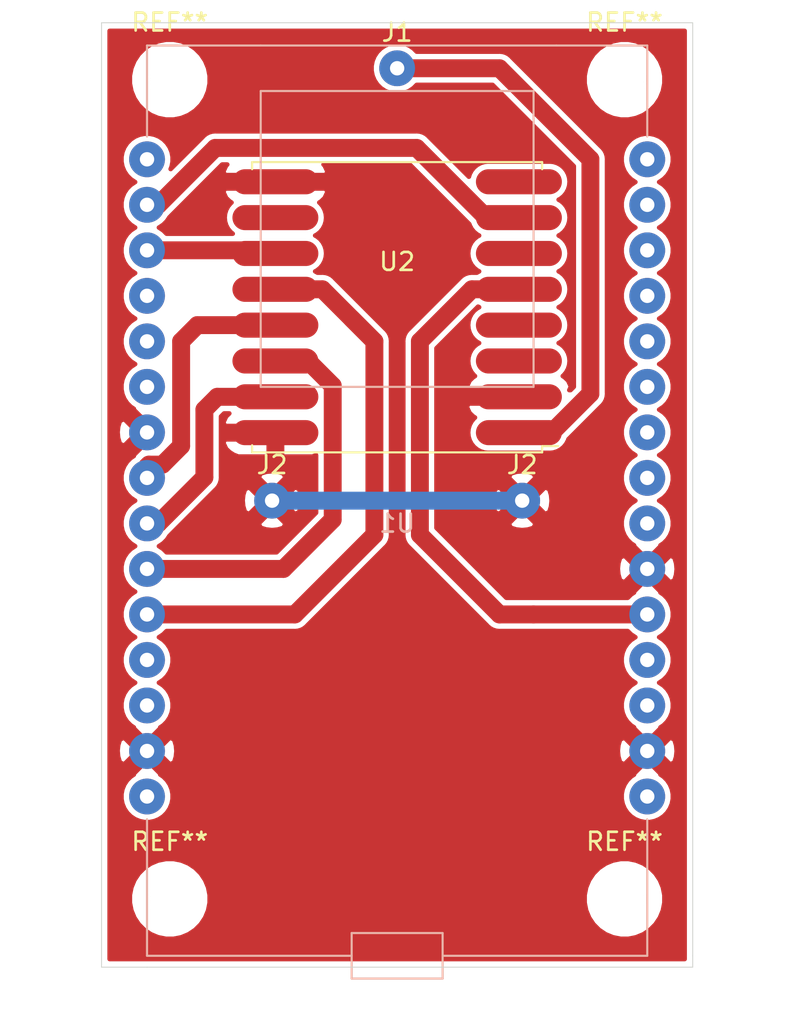
<source format=kicad_pcb>
(kicad_pcb (version 20171130) (host pcbnew "(5.1.6)-1")

  (general
    (thickness 1.6)
    (drawings 6)
    (tracks 44)
    (zones 0)
    (modules 9)
    (nets 10)
  )

  (page A4)
  (layers
    (0 F.Cu signal)
    (31 B.Cu signal)
    (32 B.Adhes user)
    (33 F.Adhes user)
    (34 B.Paste user)
    (35 F.Paste user)
    (36 B.SilkS user)
    (37 F.SilkS user)
    (38 B.Mask user)
    (39 F.Mask user)
    (40 Dwgs.User user)
    (41 Cmts.User user)
    (42 Eco1.User user)
    (43 Eco2.User user)
    (44 Edge.Cuts user)
    (45 Margin user)
    (46 B.CrtYd user)
    (47 F.CrtYd user)
    (48 B.Fab user)
    (49 F.Fab user)
  )

  (setup
    (last_trace_width 0.25)
    (trace_clearance 0.2)
    (zone_clearance 0.508)
    (zone_45_only no)
    (trace_min 0.2)
    (via_size 0.8)
    (via_drill 0.4)
    (via_min_size 0.4)
    (via_min_drill 0.3)
    (uvia_size 0.3)
    (uvia_drill 0.1)
    (uvias_allowed no)
    (uvia_min_size 0.2)
    (uvia_min_drill 0.1)
    (edge_width 0.05)
    (segment_width 0.2)
    (pcb_text_width 0.3)
    (pcb_text_size 1.5 1.5)
    (mod_edge_width 0.12)
    (mod_text_size 1 1)
    (mod_text_width 0.15)
    (pad_size 2.2 2.2)
    (pad_drill 2.2)
    (pad_to_mask_clearance 0.05)
    (aux_axis_origin 0 0)
    (visible_elements 7FFFFFFF)
    (pcbplotparams
      (layerselection 0x010fc_ffffffff)
      (usegerberextensions false)
      (usegerberattributes true)
      (usegerberadvancedattributes true)
      (creategerberjobfile true)
      (excludeedgelayer true)
      (linewidth 0.100000)
      (plotframeref false)
      (viasonmask false)
      (mode 1)
      (useauxorigin false)
      (hpglpennumber 1)
      (hpglpenspeed 20)
      (hpglpendiameter 15.000000)
      (psnegative false)
      (psa4output false)
      (plotreference true)
      (plotvalue true)
      (plotinvisibletext false)
      (padsonsilk false)
      (subtractmaskfromsilk false)
      (outputformat 1)
      (mirror false)
      (drillshape 1)
      (scaleselection 1)
      (outputdirectory ""))
  )

  (net 0 "")
  (net 1 "Net-(J1-Pad1)")
  (net 2 "Net-(U1-Pad14)")
  (net 3 "Net-(U1-Pad13)")
  (net 4 "Net-(U1-Pad8)")
  (net 5 "Net-(U1-Pad6)")
  (net 6 "Net-(U1-Pad5)")
  (net 7 GND)
  (net 8 "Net-(U1-Pad7)")
  (net 9 +3V3)

  (net_class Default "This is the default net class."
    (clearance 0.2)
    (trace_width 0.25)
    (via_dia 0.8)
    (via_drill 0.4)
    (uvia_dia 0.3)
    (uvia_drill 0.1)
  )

  (net_class CHAD ""
    (clearance 0.3)
    (trace_width 1)
    (via_dia 2)
    (via_drill 0.8)
    (uvia_dia 0.3)
    (uvia_drill 0.1)
    (add_net +3V3)
    (add_net GND)
    (add_net "Net-(J1-Pad1)")
    (add_net "Net-(U1-Pad13)")
    (add_net "Net-(U1-Pad14)")
    (add_net "Net-(U1-Pad5)")
    (add_net "Net-(U1-Pad6)")
    (add_net "Net-(U1-Pad7)")
    (add_net "Net-(U1-Pad8)")
  )

  (module Connector_Wire:SolderWire-0.1sqmm_1x01_D0.4mm_OD1mm (layer F.Cu) (tedit 5F657D03) (tstamp 5F65815C)
    (at 54.61 38.1)
    (descr "Soldered wire connection, for a single 0.1 mm² wire, basic insulation, conductor diameter 0.4mm, outer diameter 1mm, size source Multi-Contact FLEXI-E 0.1 (https://ec.staubli.com/AcroFiles/Catalogues/TM_Cab-Main-11014119_(en)_hi.pdf), bend radius 3 times outer diameter, generated with kicad-footprint-generator")
    (tags "connector wire 0.1sqmm")
    (path /5F65C25B)
    (attr virtual)
    (fp_text reference J1 (at 0 -2) (layer F.SilkS)
      (effects (font (size 1 1) (thickness 0.15)))
    )
    (fp_text value ANT (at 0 2) (layer F.Fab)
      (effects (font (size 1 1) (thickness 0.15)))
    )
    (fp_text user %R (at 0 0) (layer F.Fab)
      (effects (font (size 0.25 0.25) (thickness 0.04)))
    )
    (fp_circle (center 0 0) (end 0.5 0) (layer F.Fab) (width 0.1))
    (fp_line (start -1.3 -1.3) (end -1.3 1.3) (layer F.CrtYd) (width 0.05))
    (fp_line (start -1.3 1.3) (end 1.3 1.3) (layer F.CrtYd) (width 0.05))
    (fp_line (start 1.3 1.3) (end 1.3 -1.3) (layer F.CrtYd) (width 0.05))
    (fp_line (start 1.3 -1.3) (end -1.3 -1.3) (layer F.CrtYd) (width 0.05))
    (pad 1 thru_hole circle (at 0 0) (size 2 2) (drill 0.8) (layers *.Cu *.Mask)
      (net 1 "Net-(J1-Pad1)") (clearance 0.3))
    (model ${KISYS3DMOD}/Connector_Wire.3dshapes/SolderWire-0.1sqmm_1x01_D0.4mm_OD1mm.wrl
      (at (xyz 0 0 0))
      (scale (xyz 1 1 1))
      (rotate (xyz 0 0 0))
    )
  )

  (module avionics:NODEMCU (layer B.Cu) (tedit 5F657D7A) (tstamp 5F655C14)
    (at 54.61 62.23 180)
    (path /5F655ACC)
    (fp_text reference U1 (at 0 -1.27) (layer B.SilkS)
      (effects (font (size 1 1) (thickness 0.15)) (justify mirror))
    )
    (fp_text value NODEMCU (at 0 0.5) (layer B.Fab)
      (effects (font (size 1 1) (thickness 0.15)) (justify mirror))
    )
    (fp_line (start -8.89 25.4) (end 7.62 25.4) (layer B.SilkS) (width 0.12))
    (fp_line (start 13.97 25.4) (end 13.97 20.32) (layer B.SilkS) (width 0.12))
    (fp_line (start -2.54 -24.13) (end 2.54 -24.13) (layer B.SilkS) (width 0.12))
    (fp_line (start 2.54 -24.13) (end 2.54 -26.67) (layer B.SilkS) (width 0.12))
    (fp_line (start -13.97 20.32) (end -13.97 25.4) (layer B.SilkS) (width 0.12))
    (fp_line (start -13.97 -17.78) (end -13.97 -25.4) (layer B.SilkS) (width 0.12))
    (fp_line (start 13.97 -25.4) (end 13.97 -17.78) (layer B.SilkS) (width 0.12))
    (fp_line (start -8.89 25.4) (end -13.97 25.4) (layer B.SilkS) (width 0.12))
    (fp_line (start -7.62 6.35) (end 7.62 6.35) (layer B.SilkS) (width 0.12))
    (fp_line (start -7.62 22.86) (end -7.62 6.35) (layer B.SilkS) (width 0.12))
    (fp_line (start -2.54 -26.67) (end -2.54 -24.13) (layer B.SilkS) (width 0.12))
    (fp_line (start -2.54 -25.4) (end -13.97 -25.4) (layer B.SilkS) (width 0.12))
    (fp_line (start 7.62 6.35) (end 7.62 22.86) (layer B.SilkS) (width 0.12))
    (fp_line (start 7.62 22.86) (end -7.62 22.86) (layer B.SilkS) (width 0.12))
    (fp_line (start 13.97 -25.4) (end 2.54 -25.4) (layer B.SilkS) (width 0.12))
    (fp_line (start 2.54 -26.67) (end -2.54 -26.67) (layer B.SilkS) (width 0.12))
    (fp_line (start 13.97 25.4) (end 7.62 25.4) (layer B.SilkS) (width 0.12))
    (pad 14 thru_hole circle (at 13.97 16.51 180) (size 2 2) (drill 0.8) (layers *.Cu *.Mask)
      (net 2 "Net-(U1-Pad14)") (clearance 0.3))
    (pad 15 thru_hole circle (at 13.97 19.05 180) (size 2 2) (drill 0.8) (layers *.Cu *.Mask)
      (clearance 0.3))
    (pad 16 thru_hole circle (at -13.97 -16.51 180) (size 2 2) (drill 0.8) (layers *.Cu *.Mask)
      (clearance 0.3))
    (pad 24 thru_hole circle (at -13.97 3.81 180) (size 2 2) (drill 0.8) (layers *.Cu *.Mask)
      (clearance 0.3))
    (pad 25 thru_hole circle (at -13.97 6.35 180) (size 2 2) (drill 0.8) (layers *.Cu *.Mask)
      (clearance 0.3))
    (pad 26 thru_hole circle (at -13.97 8.89 180) (size 2 2) (drill 0.8) (layers *.Cu *.Mask)
      (clearance 0.3))
    (pad 27 thru_hole circle (at -13.97 11.43 180) (size 2 2) (drill 0.8) (layers *.Cu *.Mask)
      (clearance 0.3))
    (pad 28 thru_hole circle (at -13.97 13.97 180) (size 2 2) (drill 0.8) (layers *.Cu *.Mask)
      (clearance 0.3))
    (pad 29 thru_hole circle (at -13.97 16.51 180) (size 2 2) (drill 0.8) (layers *.Cu *.Mask)
      (clearance 0.3))
    (pad 30 thru_hole circle (at -13.97 19.05 180) (size 2 2) (drill 0.8) (layers *.Cu *.Mask)
      (clearance 0.3))
    (pad 11 thru_hole circle (at 13.97 8.89 180) (size 2 2) (drill 0.8) (layers *.Cu *.Mask)
      (clearance 0.3))
    (pad 17 thru_hole circle (at -13.97 -13.97 180) (size 2 2) (drill 0.8) (layers *.Cu *.Mask)
      (net 7 GND) (clearance 0.3))
    (pad 18 thru_hole circle (at -13.97 -11.43 180) (size 2 2) (drill 0.8) (layers *.Cu *.Mask)
      (clearance 0.3))
    (pad 19 thru_hole circle (at -13.97 -8.89 180) (size 2 2) (drill 0.8) (layers *.Cu *.Mask)
      (clearance 0.3))
    (pad 20 thru_hole circle (at -13.97 -6.35 180) (size 2 2) (drill 0.8) (layers *.Cu *.Mask)
      (net 9 +3V3) (clearance 0.3))
    (pad 21 thru_hole circle (at -13.97 -3.81 180) (size 2 2) (drill 0.8) (layers *.Cu *.Mask)
      (net 7 GND) (clearance 0.3))
    (pad 22 thru_hole circle (at -13.97 -1.27 180) (size 2 2) (drill 0.8) (layers *.Cu *.Mask)
      (clearance 0.3))
    (pad 23 thru_hole circle (at -13.97 1.27 180) (size 2 2) (drill 0.8) (layers *.Cu *.Mask)
      (clearance 0.3))
    (pad 10 thru_hole circle (at 13.97 6.35 180) (size 2 2) (drill 0.8) (layers *.Cu *.Mask)
      (clearance 0.3))
    (pad 12 thru_hole circle (at 13.97 11.43 180) (size 2 2) (drill 0.8) (layers *.Cu *.Mask)
      (clearance 0.3))
    (pad 13 thru_hole circle (at 13.97 13.97 180) (size 2 2) (drill 0.8) (layers *.Cu *.Mask)
      (net 3 "Net-(U1-Pad13)") (clearance 0.3))
    (pad 8 thru_hole circle (at 13.97 1.27 180) (size 2 2) (drill 0.8) (layers *.Cu *.Mask)
      (net 4 "Net-(U1-Pad8)") (clearance 0.3))
    (pad 9 thru_hole circle (at 13.97 3.81 180) (size 2 2) (drill 0.8) (layers *.Cu *.Mask)
      (net 7 GND) (clearance 0.3))
    (pad 6 thru_hole circle (at 13.97 -3.81 180) (size 2 2) (drill 0.8) (layers *.Cu *.Mask)
      (net 5 "Net-(U1-Pad6)") (clearance 0.3))
    (pad 5 thru_hole circle (at 13.97 -6.35 180) (size 2 2) (drill 0.8) (layers *.Cu *.Mask)
      (net 6 "Net-(U1-Pad5)") (clearance 0.3))
    (pad 4 thru_hole circle (at 13.97 -8.89 180) (size 2 2) (drill 0.8) (layers *.Cu *.Mask)
      (clearance 0.3))
    (pad 3 thru_hole circle (at 13.97 -11.43 180) (size 2 2) (drill 0.8) (layers *.Cu *.Mask)
      (clearance 0.3))
    (pad 2 thru_hole circle (at 13.97 -13.97 180) (size 2 2) (drill 0.8) (layers *.Cu *.Mask)
      (net 7 GND) (clearance 0.3))
    (pad 7 thru_hole circle (at 13.97 -1.27 180) (size 2 2) (drill 0.8) (layers *.Cu *.Mask)
      (net 8 "Net-(U1-Pad7)") (clearance 0.3))
    (pad 1 thru_hole circle (at 13.97 -16.51 180) (size 2 2) (drill 0.8) (layers *.Cu *.Mask)
      (clearance 0.3))
  )

  (module MountingHole:MountingHole_2.2mm_M2 (layer F.Cu) (tedit 5F658F3D) (tstamp 5F65F7DE)
    (at 67.31 38.735)
    (descr "Mounting Hole 2.2mm, no annular, M2")
    (tags "mounting hole 2.2mm no annular m2")
    (attr virtual)
    (fp_text reference REF** (at 0 -3.2) (layer F.SilkS)
      (effects (font (size 1 1) (thickness 0.15)))
    )
    (fp_text value MountingHole_2.2mm_M2 (at 0 3.2) (layer F.Fab)
      (effects (font (size 1 1) (thickness 0.15)))
    )
    (fp_circle (center 0 0) (end 2.2 0) (layer Cmts.User) (width 0.15))
    (fp_circle (center 0 0) (end 2.45 0) (layer F.CrtYd) (width 0.05))
    (fp_text user %R (at 0.3 0) (layer F.Fab)
      (effects (font (size 1 1) (thickness 0.15)))
    )
    (pad "" np_thru_hole circle (at 0 0) (size 2.2 2.2) (drill 2.2) (layers *.Cu *.Mask)
      (clearance 1))
  )

  (module MountingHole:MountingHole_2.2mm_M2 (layer F.Cu) (tedit 5F658F3D) (tstamp 5F65F7DE)
    (at 41.91 38.735)
    (descr "Mounting Hole 2.2mm, no annular, M2")
    (tags "mounting hole 2.2mm no annular m2")
    (attr virtual)
    (fp_text reference REF** (at 0 -3.2) (layer F.SilkS)
      (effects (font (size 1 1) (thickness 0.15)))
    )
    (fp_text value MountingHole_2.2mm_M2 (at 0 3.2) (layer F.Fab)
      (effects (font (size 1 1) (thickness 0.15)))
    )
    (fp_circle (center 0 0) (end 2.2 0) (layer Cmts.User) (width 0.15))
    (fp_circle (center 0 0) (end 2.45 0) (layer F.CrtYd) (width 0.05))
    (fp_text user %R (at 0.3 0) (layer F.Fab)
      (effects (font (size 1 1) (thickness 0.15)))
    )
    (pad "" np_thru_hole circle (at 0 0) (size 2.2 2.2) (drill 2.2) (layers *.Cu *.Mask)
      (clearance 1))
  )

  (module MountingHole:MountingHole_2.2mm_M2 (layer F.Cu) (tedit 5F658F3D) (tstamp 5F65F7DE)
    (at 67.31 84.455)
    (descr "Mounting Hole 2.2mm, no annular, M2")
    (tags "mounting hole 2.2mm no annular m2")
    (attr virtual)
    (fp_text reference REF** (at 0 -3.2) (layer F.SilkS)
      (effects (font (size 1 1) (thickness 0.15)))
    )
    (fp_text value M2 (at 0 3.2 180) (layer F.Fab)
      (effects (font (size 1 1) (thickness 0.15)))
    )
    (fp_circle (center 0 0) (end 2.2 0) (layer Cmts.User) (width 0.15))
    (fp_circle (center 0 0) (end 2.45 0) (layer F.CrtYd) (width 0.05))
    (fp_text user %R (at 0.3 0) (layer F.Fab)
      (effects (font (size 1 1) (thickness 0.15)))
    )
    (pad "" np_thru_hole circle (at 0 0) (size 2.2 2.2) (drill 2.2) (layers *.Cu *.Mask)
      (clearance 1))
  )

  (module MountingHole:MountingHole_2.2mm_M2 (layer F.Cu) (tedit 5F658F3D) (tstamp 5F65F7AA)
    (at 41.91 84.455)
    (descr "Mounting Hole 2.2mm, no annular, M2")
    (tags "mounting hole 2.2mm no annular m2")
    (attr virtual)
    (fp_text reference REF** (at 0 -3.2) (layer F.SilkS)
      (effects (font (size 1 1) (thickness 0.15)))
    )
    (fp_text value M2 (at 0 3.2) (layer F.Fab)
      (effects (font (size 1 1) (thickness 0.15)))
    )
    (fp_text user %R (at 0.3 0) (layer F.Fab)
      (effects (font (size 1 1) (thickness 0.15)))
    )
    (fp_circle (center 0 0) (end 2.2 0) (layer Cmts.User) (width 0.15))
    (fp_circle (center 0 0) (end 2.45 0) (layer F.CrtYd) (width 0.05))
    (pad "" np_thru_hole circle (at 0 0) (size 2.2 2.2) (drill 2.2) (layers *.Cu *.Mask)
      (clearance 1))
  )

  (module Connector_Wire:SolderWire-0.1sqmm_1x01_D0.4mm_OD1mm (layer F.Cu) (tedit 5F6585FE) (tstamp 5F65F20C)
    (at 61.595 62.23)
    (descr "Soldered wire connection, for a single 0.1 mm² wire, basic insulation, conductor diameter 0.4mm, outer diameter 1mm, size source Multi-Contact FLEXI-E 0.1 (https://ec.staubli.com/AcroFiles/Catalogues/TM_Cab-Main-11014119_(en)_hi.pdf), bend radius 3 times outer diameter, generated with kicad-footprint-generator")
    (tags "connector wire 0.1sqmm")
    (path /5F66DFF2)
    (attr virtual)
    (fp_text reference J2 (at 0 -2) (layer F.SilkS)
      (effects (font (size 1 1) (thickness 0.15)))
    )
    (fp_text value GND_PASS (at 0 2) (layer F.Fab)
      (effects (font (size 1 1) (thickness 0.15)))
    )
    (fp_circle (center 0 0) (end 0.5 0) (layer F.Fab) (width 0.1))
    (fp_line (start -1.3 -1.3) (end -1.3 1.3) (layer F.CrtYd) (width 0.05))
    (fp_line (start -1.3 1.3) (end 1.3 1.3) (layer F.CrtYd) (width 0.05))
    (fp_line (start 1.3 1.3) (end 1.3 -1.3) (layer F.CrtYd) (width 0.05))
    (fp_line (start 1.3 -1.3) (end -1.3 -1.3) (layer F.CrtYd) (width 0.05))
    (fp_text user %R (at 0 0) (layer F.Fab)
      (effects (font (size 0.25 0.25) (thickness 0.04)))
    )
    (pad 1 thru_hole circle (at 0 0) (size 2 2) (drill 0.8) (layers *.Cu *.Mask)
      (net 7 GND) (clearance 0.3))
    (model ${KISYS3DMOD}/Connector_Wire.3dshapes/SolderWire-0.1sqmm_1x01_D0.4mm_OD1mm.wrl
      (at (xyz 0 0 0))
      (scale (xyz 1 1 1))
      (rotate (xyz 0 0 0))
    )
  )

  (module Connector_Wire:SolderWire-0.1sqmm_1x01_D0.4mm_OD1mm (layer F.Cu) (tedit 5EB70B42) (tstamp 5F6614DC)
    (at 47.625 62.23)
    (descr "Soldered wire connection, for a single 0.1 mm² wire, basic insulation, conductor diameter 0.4mm, outer diameter 1mm, size source Multi-Contact FLEXI-E 0.1 (https://ec.staubli.com/AcroFiles/Catalogues/TM_Cab-Main-11014119_(en)_hi.pdf), bend radius 3 times outer diameter, generated with kicad-footprint-generator")
    (tags "connector wire 0.1sqmm")
    (path /5F66DFF2)
    (attr virtual)
    (fp_text reference J2 (at 0 -2) (layer F.SilkS)
      (effects (font (size 1 1) (thickness 0.15)))
    )
    (fp_text value GND_PASS (at 0 2) (layer F.Fab)
      (effects (font (size 1 1) (thickness 0.15)))
    )
    (fp_text user %R (at 0 0) (layer F.Fab)
      (effects (font (size 0.25 0.25) (thickness 0.04)))
    )
    (fp_circle (center 0 0) (end 0.5 0) (layer F.Fab) (width 0.1))
    (fp_line (start -1.3 -1.3) (end -1.3 1.3) (layer F.CrtYd) (width 0.05))
    (fp_line (start -1.3 1.3) (end 1.3 1.3) (layer F.CrtYd) (width 0.05))
    (fp_line (start 1.3 1.3) (end 1.3 -1.3) (layer F.CrtYd) (width 0.05))
    (fp_line (start 1.3 -1.3) (end -1.3 -1.3) (layer F.CrtYd) (width 0.05))
    (pad 1 thru_hole circle (at 0 0) (size 2 2) (drill 0.8) (layers *.Cu *.Mask)
      (net 7 GND) (clearance 0.3))
    (model ${KISYS3DMOD}/Connector_Wire.3dshapes/SolderWire-0.1sqmm_1x01_D0.4mm_OD1mm.wrl
      (at (xyz 0 0 0))
      (scale (xyz 1 1 1))
      (rotate (xyz 0 0 0))
    )
  )

  (module avionics:RFM98 (layer F.Cu) (tedit 5F5AC564) (tstamp 5F660FB9)
    (at 54.61 51.435 180)
    (path /5F65755F)
    (fp_text reference U2 (at 0 2.54) (layer F.SilkS)
      (effects (font (size 1 1) (thickness 0.15)))
    )
    (fp_text value RFM98 (at 0 0) (layer F.Fab)
      (effects (font (size 1 1) (thickness 0.15)))
    )
    (fp_line (start -8.1 8.1) (end 8.1 8.1) (layer F.SilkS) (width 0.12))
    (fp_line (start -8.1 7.7) (end -8.1 8.1) (layer F.SilkS) (width 0.12))
    (fp_line (start 8.1 8.1) (end 8.1 7.7) (layer F.SilkS) (width 0.12))
    (fp_line (start -9.25 8.25) (end -9.25 -8.25) (layer F.CrtYd) (width 0.05))
    (fp_line (start -8.1 -8.1) (end -8.1 -7.75) (layer F.SilkS) (width 0.12))
    (fp_line (start -9.25 8.25) (end 9.25 8.25) (layer F.CrtYd) (width 0.05))
    (fp_line (start -9.25 -8.25) (end 9.25 -8.25) (layer F.CrtYd) (width 0.05))
    (fp_line (start -8 8) (end 8 8) (layer F.Fab) (width 0.1))
    (fp_line (start -7 -8) (end 8 -8) (layer F.Fab) (width 0.1))
    (fp_line (start -8 8) (end -8 -7) (layer F.Fab) (width 0.1))
    (fp_line (start 9.25 -8.25) (end 9.25 8.25) (layer F.CrtYd) (width 0.05))
    (fp_line (start -8.1 -7.75) (end -9 -7.75) (layer F.SilkS) (width 0.12))
    (fp_line (start -7 -8) (end -8 -7) (layer F.Fab) (width 0.1))
    (fp_line (start 8 8) (end 8 -8) (layer F.Fab) (width 0.1))
    (fp_line (start -8.1 -8.1) (end 8.1 -8.1) (layer F.SilkS) (width 0.12))
    (fp_line (start 8.1 -8.1) (end 8.1 -7.7) (layer F.SilkS) (width 0.12))
    (pad 4 smd oval (at -8 -1 180) (size 4.8 1.4) (drill (offset 1.2 0)) (layers F.Cu F.Paste F.Mask))
    (pad 13 smd oval (at 8 -1 180) (size 4.8 1.4) (drill (offset -1.2 0)) (layers F.Cu F.Paste F.Mask)
      (net 4 "Net-(U1-Pad8)"))
    (pad 14 smd oval (at 8 -3 180) (size 4.8 1.4) (drill (offset -1.2 0)) (layers F.Cu F.Paste F.Mask)
      (net 5 "Net-(U1-Pad6)"))
    (pad 8 smd oval (at -8 7 180) (size 4.8 1.4) (drill (offset 1.2 0)) (layers F.Cu F.Paste F.Mask))
    (pad 6 smd oval (at -8 3 180) (size 4.8 1.4) (drill (offset 1.2 0)) (layers F.Cu F.Paste F.Mask))
    (pad 1 smd oval (at -8 -7 180) (size 4.8 1.4) (drill (offset 1.2 0)) (layers F.Cu F.Paste F.Mask)
      (net 1 "Net-(J1-Pad1)"))
    (pad 11 smd oval (at 8 3 180) (size 4.8 1.4) (drill (offset -1.2 0)) (layers F.Cu F.Paste F.Mask)
      (net 3 "Net-(U1-Pad13)"))
    (pad 7 smd oval (at -8 5 180) (size 4.8 1.4) (drill (offset 1.2 0)) (layers F.Cu F.Paste F.Mask)
      (net 2 "Net-(U1-Pad14)"))
    (pad 10 smd oval (at 8 5 180) (size 4.8 1.4) (drill (offset -1.2 0)) (layers F.Cu F.Paste F.Mask))
    (pad 2 smd oval (at -8 -5 180) (size 4.8 1.4) (drill (offset 1.2 0)) (layers F.Cu F.Paste F.Mask)
      (net 7 GND))
    (pad 15 smd oval (at 8 -5 180) (size 4.8 1.4) (drill (offset -1.2 0)) (layers F.Cu F.Paste F.Mask)
      (net 8 "Net-(U1-Pad7)"))
    (pad 9 smd oval (at 8 7 180) (size 4.8 1.4) (drill (offset -1.2 0)) (layers F.Cu F.Paste F.Mask)
      (net 7 GND))
    (pad 16 smd oval (at 8 -7 180) (size 4.8 1.4) (drill (offset -1.2 0)) (layers F.Cu F.Paste F.Mask)
      (net 7 GND))
    (pad 5 smd oval (at -8 1 180) (size 4.8 1.4) (drill (offset 1.2 0)) (layers F.Cu F.Paste F.Mask)
      (net 9 +3V3))
    (pad 12 smd oval (at 8 1 180) (size 4.8 1.4) (drill (offset -1.2 0)) (layers F.Cu F.Paste F.Mask)
      (net 6 "Net-(U1-Pad5)"))
    (pad 3 smd oval (at -8 -3 180) (size 4.8 1.4) (drill (offset 1.2 0)) (layers F.Cu F.Paste F.Mask))
  )

  (gr_line (start 38.1 88.265) (end 38.1 35.56) (layer Edge.Cuts) (width 0.05) (tstamp 5F65E6E6))
  (gr_line (start 40.64 88.265) (end 38.1 88.265) (layer Edge.Cuts) (width 0.05))
  (gr_line (start 71.12 88.265) (end 40.64 88.265) (layer Edge.Cuts) (width 0.05))
  (gr_line (start 71.12 87.63) (end 71.12 87.63) (layer Edge.Cuts) (width 0.05))
  (gr_line (start 71.12 35.56) (end 71.12 88.265) (layer Edge.Cuts) (width 0.05))
  (gr_line (start 38.1 35.56) (end 71.12 35.56) (layer Edge.Cuts) (width 0.05))

  (segment (start 68.2625 45.72) (end 68.58 45.72) (width 1) (layer F.Cu) (net 0))
  (segment (start 68.455998 48.26) (end 68.58 48.26) (width 1) (layer F.Cu) (net 0))
  (segment (start 63.231334 58.435) (end 65.405 56.261334) (width 1) (layer F.Cu) (net 1))
  (segment (start 62.61 58.435) (end 63.231334 58.435) (width 1) (layer F.Cu) (net 1))
  (segment (start 65.405 56.261334) (end 65.405 43.18) (width 1) (layer F.Cu) (net 1))
  (segment (start 65.405 43.18) (end 60.325 38.1) (width 1) (layer F.Cu) (net 1))
  (segment (start 54.61 38.1) (end 60.325 38.1) (width 1) (layer F.Cu) (net 1))
  (segment (start 44.45 42.545) (end 55.698666 42.545) (width 1) (layer F.Cu) (net 2))
  (segment (start 40.64 45.72) (end 41.275 45.72) (width 1) (layer F.Cu) (net 2))
  (segment (start 59.588666 46.435) (end 62.61 46.435) (width 1) (layer F.Cu) (net 2))
  (segment (start 55.698666 42.545) (end 59.588666 46.435) (width 1) (layer F.Cu) (net 2))
  (segment (start 41.275 45.72) (end 44.45 42.545) (width 1) (layer F.Cu) (net 2))
  (segment (start 46.435 48.26) (end 46.61 48.435) (width 1) (layer F.Cu) (net 3))
  (segment (start 40.64 48.26) (end 46.435 48.26) (width 1) (layer F.Cu) (net 3))
  (segment (start 43.45 52.435) (end 46.61 52.435) (width 1) (layer F.Cu) (net 4))
  (segment (start 42.545 53.34) (end 43.45 52.435) (width 1) (layer F.Cu) (net 4))
  (segment (start 40.744999 60.220001) (end 41.504001 60.220001) (width 1) (layer F.Cu) (net 4))
  (segment (start 40.64 60.96) (end 40.64 60.325) (width 1) (layer F.Cu) (net 4))
  (segment (start 40.64 60.325) (end 40.744999 60.220001) (width 1) (layer F.Cu) (net 4))
  (segment (start 42.545 59.179002) (end 42.545 53.34) (width 1) (layer F.Cu) (net 4))
  (segment (start 41.504001 60.220001) (end 42.545 59.179002) (width 1) (layer F.Cu) (net 4))
  (segment (start 51.01001 55.813676) (end 49.631334 54.435) (width 1) (layer F.Cu) (net 5))
  (segment (start 49.631334 54.435) (end 46.61 54.435) (width 1) (layer F.Cu) (net 5))
  (segment (start 51.01001 63.28999) (end 51.01001 55.813676) (width 1) (layer F.Cu) (net 5))
  (segment (start 40.64 66.04) (end 48.26 66.04) (width 1) (layer F.Cu) (net 5))
  (segment (start 48.26 66.04) (end 51.01001 63.28999) (width 1) (layer F.Cu) (net 5))
  (segment (start 50.435 50.435) (end 53.34 53.34) (width 1) (layer F.Cu) (net 6))
  (segment (start 46.61 50.435) (end 50.435 50.435) (width 1) (layer F.Cu) (net 6))
  (segment (start 53.34 53.34) (end 52.07 52.07) (width 1) (layer F.Cu) (net 6))
  (segment (start 53.34 64.135) (end 53.34 53.34) (width 1) (layer F.Cu) (net 6))
  (segment (start 40.64 68.58) (end 48.895 68.58) (width 1) (layer F.Cu) (net 6))
  (segment (start 48.895 68.58) (end 53.34 64.135) (width 1) (layer F.Cu) (net 6))
  (segment (start 47.625 62.23) (end 61.595 62.23) (width 1) (layer B.Cu) (net 7))
  (segment (start 44.56001 56.435) (end 46.61 56.435) (width 1) (layer F.Cu) (net 8))
  (segment (start 43.84501 60.92999) (end 43.84501 57.15) (width 1) (layer F.Cu) (net 8))
  (segment (start 43.84501 57.15) (end 44.56001 56.435) (width 1) (layer F.Cu) (net 8))
  (segment (start 40.64 63.5) (end 41.275 63.5) (width 1) (layer F.Cu) (net 8))
  (segment (start 41.275 63.5) (end 43.84501 60.92999) (width 1) (layer F.Cu) (net 8))
  (segment (start 62.23 68.58) (end 68.58 68.58) (width 1) (layer F.Cu) (net 9))
  (segment (start 60.325 68.58) (end 62.23 68.58) (width 1) (layer F.Cu) (net 9))
  (segment (start 55.88 64.135) (end 60.325 68.58) (width 1) (layer F.Cu) (net 9))
  (segment (start 55.88 53.34) (end 55.88 64.135) (width 1) (layer F.Cu) (net 9))
  (segment (start 62.61 50.435) (end 58.785 50.435) (width 1) (layer F.Cu) (net 9))
  (segment (start 58.785 50.435) (end 55.88 53.34) (width 1) (layer F.Cu) (net 9))

  (zone (net 7) (net_name GND) (layer F.Cu) (tstamp 0) (hatch edge 0.508)
    (connect_pads (clearance 0.3))
    (min_thickness 0.254)
    (fill yes (arc_segments 32) (thermal_gap 0.508) (thermal_bridge_width 1))
    (polygon
      (pts
        (xy 72.39 91.44) (xy 36.83 91.44) (xy 36.83 34.29) (xy 72.39 34.29)
      )
    )
    (filled_polygon
      (pts
        (xy 70.668001 87.607785) (xy 70.665813 87.63) (xy 70.668001 87.652215) (xy 70.668001 87.813) (xy 38.552 87.813)
        (xy 38.552 84.23566) (xy 39.683 84.23566) (xy 39.683 84.67434) (xy 39.768582 85.104592) (xy 39.936458 85.50988)
        (xy 40.180176 85.87463) (xy 40.49037 86.184824) (xy 40.85512 86.428542) (xy 41.260408 86.596418) (xy 41.69066 86.682)
        (xy 42.12934 86.682) (xy 42.559592 86.596418) (xy 42.96488 86.428542) (xy 43.32963 86.184824) (xy 43.639824 85.87463)
        (xy 43.883542 85.50988) (xy 44.051418 85.104592) (xy 44.137 84.67434) (xy 44.137 84.23566) (xy 65.083 84.23566)
        (xy 65.083 84.67434) (xy 65.168582 85.104592) (xy 65.336458 85.50988) (xy 65.580176 85.87463) (xy 65.89037 86.184824)
        (xy 66.25512 86.428542) (xy 66.660408 86.596418) (xy 67.09066 86.682) (xy 67.52934 86.682) (xy 67.959592 86.596418)
        (xy 68.36488 86.428542) (xy 68.72963 86.184824) (xy 69.039824 85.87463) (xy 69.283542 85.50988) (xy 69.451418 85.104592)
        (xy 69.537 84.67434) (xy 69.537 84.23566) (xy 69.451418 83.805408) (xy 69.283542 83.40012) (xy 69.039824 83.03537)
        (xy 68.72963 82.725176) (xy 68.36488 82.481458) (xy 67.959592 82.313582) (xy 67.52934 82.228) (xy 67.09066 82.228)
        (xy 66.660408 82.313582) (xy 66.25512 82.481458) (xy 65.89037 82.725176) (xy 65.580176 83.03537) (xy 65.336458 83.40012)
        (xy 65.168582 83.805408) (xy 65.083 84.23566) (xy 44.137 84.23566) (xy 44.051418 83.805408) (xy 43.883542 83.40012)
        (xy 43.639824 83.03537) (xy 43.32963 82.725176) (xy 42.96488 82.481458) (xy 42.559592 82.313582) (xy 42.12934 82.228)
        (xy 41.69066 82.228) (xy 41.260408 82.313582) (xy 40.85512 82.481458) (xy 40.49037 82.725176) (xy 40.180176 83.03537)
        (xy 39.936458 83.40012) (xy 39.768582 83.805408) (xy 39.683 84.23566) (xy 38.552 84.23566) (xy 38.552 78.599453)
        (xy 39.213 78.599453) (xy 39.213 78.880547) (xy 39.267838 79.156241) (xy 39.375409 79.415938) (xy 39.531576 79.64966)
        (xy 39.73034 79.848424) (xy 39.964062 80.004591) (xy 40.223759 80.112162) (xy 40.499453 80.167) (xy 40.780547 80.167)
        (xy 41.056241 80.112162) (xy 41.315938 80.004591) (xy 41.54966 79.848424) (xy 41.748424 79.64966) (xy 41.904591 79.415938)
        (xy 42.012162 79.156241) (xy 42.067 78.880547) (xy 42.067 78.599453) (xy 67.153 78.599453) (xy 67.153 78.880547)
        (xy 67.207838 79.156241) (xy 67.315409 79.415938) (xy 67.471576 79.64966) (xy 67.67034 79.848424) (xy 67.904062 80.004591)
        (xy 68.163759 80.112162) (xy 68.439453 80.167) (xy 68.720547 80.167) (xy 68.996241 80.112162) (xy 69.255938 80.004591)
        (xy 69.48966 79.848424) (xy 69.688424 79.64966) (xy 69.844591 79.415938) (xy 69.952162 79.156241) (xy 70.007 78.880547)
        (xy 70.007 78.599453) (xy 69.952162 78.323759) (xy 69.844591 78.064062) (xy 69.688424 77.83034) (xy 69.48966 77.631576)
        (xy 69.314939 77.514832) (xy 69.332026 77.479527) (xy 68.58 76.727502) (xy 67.827974 77.479527) (xy 67.845061 77.514832)
        (xy 67.67034 77.631576) (xy 67.471576 77.83034) (xy 67.315409 78.064062) (xy 67.207838 78.323759) (xy 67.153 78.599453)
        (xy 42.067 78.599453) (xy 42.012162 78.323759) (xy 41.904591 78.064062) (xy 41.748424 77.83034) (xy 41.54966 77.631576)
        (xy 41.374939 77.514832) (xy 41.392026 77.479527) (xy 40.64 76.727502) (xy 39.887974 77.479527) (xy 39.905061 77.514832)
        (xy 39.73034 77.631576) (xy 39.531576 77.83034) (xy 39.375409 78.064062) (xy 39.267838 78.323759) (xy 39.213 78.599453)
        (xy 38.552 78.599453) (xy 38.552 76.189178) (xy 38.997125 76.189178) (xy 39.026582 76.509895) (xy 39.11804 76.818703)
        (xy 39.126322 76.838698) (xy 39.360473 76.952026) (xy 40.112498 76.2) (xy 41.167502 76.2) (xy 41.919527 76.952026)
        (xy 42.153678 76.838698) (xy 42.249197 76.531123) (xy 42.282875 76.210822) (xy 42.280888 76.189178) (xy 66.937125 76.189178)
        (xy 66.966582 76.509895) (xy 67.05804 76.818703) (xy 67.066322 76.838698) (xy 67.300473 76.952026) (xy 68.052498 76.2)
        (xy 69.107502 76.2) (xy 69.859527 76.952026) (xy 70.093678 76.838698) (xy 70.189197 76.531123) (xy 70.222875 76.210822)
        (xy 70.193418 75.890105) (xy 70.10196 75.581297) (xy 70.093678 75.561302) (xy 69.859527 75.447974) (xy 69.107502 76.2)
        (xy 68.052498 76.2) (xy 67.300473 75.447974) (xy 67.066322 75.561302) (xy 66.970803 75.868877) (xy 66.937125 76.189178)
        (xy 42.280888 76.189178) (xy 42.253418 75.890105) (xy 42.16196 75.581297) (xy 42.153678 75.561302) (xy 41.919527 75.447974)
        (xy 41.167502 76.2) (xy 40.112498 76.2) (xy 39.360473 75.447974) (xy 39.126322 75.561302) (xy 39.030803 75.868877)
        (xy 38.997125 76.189178) (xy 38.552 76.189178) (xy 38.552 58.409178) (xy 38.997125 58.409178) (xy 39.026582 58.729895)
        (xy 39.11804 59.038703) (xy 39.126322 59.058698) (xy 39.360473 59.172026) (xy 40.112498 58.42) (xy 39.360473 57.667974)
        (xy 39.126322 57.781302) (xy 39.030803 58.088877) (xy 38.997125 58.409178) (xy 38.552 58.409178) (xy 38.552 43.039453)
        (xy 39.213 43.039453) (xy 39.213 43.320547) (xy 39.267838 43.596241) (xy 39.375409 43.855938) (xy 39.531576 44.08966)
        (xy 39.73034 44.288424) (xy 39.964062 44.444591) (xy 39.97712 44.45) (xy 39.964062 44.455409) (xy 39.73034 44.611576)
        (xy 39.531576 44.81034) (xy 39.375409 45.044062) (xy 39.267838 45.303759) (xy 39.213 45.579453) (xy 39.213 45.860547)
        (xy 39.267838 46.136241) (xy 39.375409 46.395938) (xy 39.531576 46.62966) (xy 39.73034 46.828424) (xy 39.964062 46.984591)
        (xy 39.97712 46.99) (xy 39.964062 46.995409) (xy 39.73034 47.151576) (xy 39.531576 47.35034) (xy 39.375409 47.584062)
        (xy 39.267838 47.843759) (xy 39.213 48.119453) (xy 39.213 48.400547) (xy 39.267838 48.676241) (xy 39.375409 48.935938)
        (xy 39.531576 49.16966) (xy 39.73034 49.368424) (xy 39.964062 49.524591) (xy 39.97712 49.53) (xy 39.964062 49.535409)
        (xy 39.73034 49.691576) (xy 39.531576 49.89034) (xy 39.375409 50.124062) (xy 39.267838 50.383759) (xy 39.213 50.659453)
        (xy 39.213 50.940547) (xy 39.267838 51.216241) (xy 39.375409 51.475938) (xy 39.531576 51.70966) (xy 39.73034 51.908424)
        (xy 39.964062 52.064591) (xy 39.97712 52.07) (xy 39.964062 52.075409) (xy 39.73034 52.231576) (xy 39.531576 52.43034)
        (xy 39.375409 52.664062) (xy 39.267838 52.923759) (xy 39.213 53.199453) (xy 39.213 53.480547) (xy 39.267838 53.756241)
        (xy 39.375409 54.015938) (xy 39.531576 54.24966) (xy 39.73034 54.448424) (xy 39.964062 54.604591) (xy 39.97712 54.61)
        (xy 39.964062 54.615409) (xy 39.73034 54.771576) (xy 39.531576 54.97034) (xy 39.375409 55.204062) (xy 39.267838 55.463759)
        (xy 39.213 55.739453) (xy 39.213 56.020547) (xy 39.267838 56.296241) (xy 39.375409 56.555938) (xy 39.531576 56.78966)
        (xy 39.73034 56.988424) (xy 39.905061 57.105168) (xy 39.887974 57.140473) (xy 40.64 57.892498) (xy 40.654142 57.878356)
        (xy 41.181644 58.405858) (xy 41.167502 58.42) (xy 41.181644 58.434142) (xy 40.654142 58.961644) (xy 40.64 58.947502)
        (xy 39.887974 59.699527) (xy 39.905061 59.734832) (xy 39.73034 59.851576) (xy 39.531576 60.05034) (xy 39.375409 60.284062)
        (xy 39.267838 60.543759) (xy 39.213 60.819453) (xy 39.213 61.100547) (xy 39.267838 61.376241) (xy 39.375409 61.635938)
        (xy 39.531576 61.86966) (xy 39.73034 62.068424) (xy 39.964062 62.224591) (xy 39.97712 62.23) (xy 39.964062 62.235409)
        (xy 39.73034 62.391576) (xy 39.531576 62.59034) (xy 39.375409 62.824062) (xy 39.267838 63.083759) (xy 39.213 63.359453)
        (xy 39.213 63.640547) (xy 39.267838 63.916241) (xy 39.375409 64.175938) (xy 39.531576 64.40966) (xy 39.73034 64.608424)
        (xy 39.964062 64.764591) (xy 39.97712 64.77) (xy 39.964062 64.775409) (xy 39.73034 64.931576) (xy 39.531576 65.13034)
        (xy 39.375409 65.364062) (xy 39.267838 65.623759) (xy 39.213 65.899453) (xy 39.213 66.180547) (xy 39.267838 66.456241)
        (xy 39.375409 66.715938) (xy 39.531576 66.94966) (xy 39.73034 67.148424) (xy 39.964062 67.304591) (xy 39.97712 67.31)
        (xy 39.964062 67.315409) (xy 39.73034 67.471576) (xy 39.531576 67.67034) (xy 39.375409 67.904062) (xy 39.267838 68.163759)
        (xy 39.213 68.439453) (xy 39.213 68.720547) (xy 39.267838 68.996241) (xy 39.375409 69.255938) (xy 39.531576 69.48966)
        (xy 39.73034 69.688424) (xy 39.964062 69.844591) (xy 39.97712 69.85) (xy 39.964062 69.855409) (xy 39.73034 70.011576)
        (xy 39.531576 70.21034) (xy 39.375409 70.444062) (xy 39.267838 70.703759) (xy 39.213 70.979453) (xy 39.213 71.260547)
        (xy 39.267838 71.536241) (xy 39.375409 71.795938) (xy 39.531576 72.02966) (xy 39.73034 72.228424) (xy 39.964062 72.384591)
        (xy 39.97712 72.39) (xy 39.964062 72.395409) (xy 39.73034 72.551576) (xy 39.531576 72.75034) (xy 39.375409 72.984062)
        (xy 39.267838 73.243759) (xy 39.213 73.519453) (xy 39.213 73.800547) (xy 39.267838 74.076241) (xy 39.375409 74.335938)
        (xy 39.531576 74.56966) (xy 39.73034 74.768424) (xy 39.905061 74.885168) (xy 39.887974 74.920473) (xy 40.64 75.672498)
        (xy 41.392026 74.920473) (xy 41.374939 74.885168) (xy 41.54966 74.768424) (xy 41.748424 74.56966) (xy 41.904591 74.335938)
        (xy 42.012162 74.076241) (xy 42.067 73.800547) (xy 42.067 73.519453) (xy 42.012162 73.243759) (xy 41.904591 72.984062)
        (xy 41.748424 72.75034) (xy 41.54966 72.551576) (xy 41.315938 72.395409) (xy 41.30288 72.39) (xy 41.315938 72.384591)
        (xy 41.54966 72.228424) (xy 41.748424 72.02966) (xy 41.904591 71.795938) (xy 42.012162 71.536241) (xy 42.067 71.260547)
        (xy 42.067 70.979453) (xy 42.012162 70.703759) (xy 41.904591 70.444062) (xy 41.748424 70.21034) (xy 41.54966 70.011576)
        (xy 41.315938 69.855409) (xy 41.30288 69.85) (xy 41.315938 69.844591) (xy 41.54966 69.688424) (xy 41.731084 69.507)
        (xy 48.849473 69.507) (xy 48.895 69.511484) (xy 48.940527 69.507) (xy 48.940538 69.507) (xy 49.076724 69.493587)
        (xy 49.251464 69.44058) (xy 49.412505 69.354501) (xy 49.553659 69.238659) (xy 49.582688 69.203287) (xy 53.963293 64.822682)
        (xy 53.998659 64.793659) (xy 54.027684 64.758292) (xy 54.027688 64.758288) (xy 54.114501 64.652506) (xy 54.181948 64.526322)
        (xy 54.20058 64.491464) (xy 54.253587 64.316724) (xy 54.267 64.180538) (xy 54.267 64.180528) (xy 54.271484 64.135001)
        (xy 54.267 64.089474) (xy 54.267 53.385526) (xy 54.271484 53.339999) (xy 54.267 53.294472) (xy 54.267 53.294462)
        (xy 54.253587 53.158276) (xy 54.20058 52.983536) (xy 54.160511 52.908573) (xy 54.114501 52.822494) (xy 54.027688 52.716712)
        (xy 54.027684 52.716708) (xy 53.998659 52.681341) (xy 53.963292 52.652316) (xy 53.375567 52.064591) (xy 51.122688 49.811713)
        (xy 51.093659 49.776341) (xy 50.952505 49.660499) (xy 50.791464 49.57442) (xy 50.616724 49.521413) (xy 50.480538 49.508)
        (xy 50.480527 49.508) (xy 50.435 49.503516) (xy 50.389473 49.508) (xy 50.156947 49.508) (xy 50.139157 49.4934)
        (xy 50.029898 49.435) (xy 50.139157 49.3766) (xy 50.310765 49.235765) (xy 50.4516 49.064157) (xy 50.55625 48.868371)
        (xy 50.620693 48.655931) (xy 50.642453 48.435) (xy 50.620693 48.214069) (xy 50.55625 48.001629) (xy 50.4516 47.805843)
        (xy 50.310765 47.634235) (xy 50.139157 47.4934) (xy 50.029898 47.435) (xy 50.139157 47.3766) (xy 50.310765 47.235765)
        (xy 50.4516 47.064157) (xy 50.55625 46.868371) (xy 50.620693 46.655931) (xy 50.642453 46.435) (xy 50.620693 46.214069)
        (xy 50.55625 46.001629) (xy 50.4516 45.805843) (xy 50.310765 45.634235) (xy 50.260159 45.592704) (xy 50.365489 45.525639)
        (xy 50.561824 45.337785) (xy 50.717701 45.003931) (xy 50.625542 44.808) (xy 48.183 44.808) (xy 48.183 44.828)
        (xy 47.437 44.828) (xy 47.437 44.808) (xy 44.994458 44.808) (xy 44.902299 45.003931) (xy 45.058176 45.337785)
        (xy 45.254511 45.525639) (xy 45.359841 45.592704) (xy 45.309235 45.634235) (xy 45.1684 45.805843) (xy 45.06375 46.001629)
        (xy 44.999307 46.214069) (xy 44.977547 46.435) (xy 44.999307 46.655931) (xy 45.06375 46.868371) (xy 45.1684 47.064157)
        (xy 45.309235 47.235765) (xy 45.427716 47.333) (xy 41.731084 47.333) (xy 41.54966 47.151576) (xy 41.315938 46.995409)
        (xy 41.30288 46.99) (xy 41.315938 46.984591) (xy 41.54966 46.828424) (xy 41.748424 46.62966) (xy 41.894862 46.410499)
        (xy 41.933659 46.378659) (xy 41.962688 46.343287) (xy 44.833976 43.472) (xy 45.12111 43.472) (xy 45.058176 43.532215)
        (xy 44.902299 43.866069) (xy 44.994458 44.062) (xy 47.437 44.062) (xy 47.437 44.042) (xy 48.183 44.042)
        (xy 48.183 44.062) (xy 50.625542 44.062) (xy 50.717701 43.866069) (xy 50.561824 43.532215) (xy 50.49889 43.472)
        (xy 55.314691 43.472) (xy 58.643149 46.800459) (xy 58.66375 46.868371) (xy 58.7684 47.064157) (xy 58.909235 47.235765)
        (xy 59.080843 47.3766) (xy 59.190102 47.435) (xy 59.080843 47.4934) (xy 58.909235 47.634235) (xy 58.7684 47.805843)
        (xy 58.66375 48.001629) (xy 58.599307 48.214069) (xy 58.577547 48.435) (xy 58.599307 48.655931) (xy 58.66375 48.868371)
        (xy 58.7684 49.064157) (xy 58.909235 49.235765) (xy 59.080843 49.3766) (xy 59.190102 49.435) (xy 59.080843 49.4934)
        (xy 59.063053 49.508) (xy 58.830524 49.508) (xy 58.784999 49.503516) (xy 58.739474 49.508) (xy 58.739462 49.508)
        (xy 58.603276 49.521413) (xy 58.428536 49.57442) (xy 58.353573 49.614489) (xy 58.267494 49.660499) (xy 58.161711 49.747313)
        (xy 58.161708 49.747316) (xy 58.126341 49.776341) (xy 58.097316 49.811708) (xy 55.256713 52.652312) (xy 55.221341 52.681341)
        (xy 55.192314 52.716711) (xy 55.192312 52.716713) (xy 55.105499 52.822495) (xy 55.019421 52.983535) (xy 55.01942 52.983537)
        (xy 54.966413 53.158277) (xy 54.953 53.294463) (xy 54.953 53.294473) (xy 54.948516 53.34) (xy 54.953 53.385527)
        (xy 54.953001 64.089463) (xy 54.948516 64.135) (xy 54.953001 64.180537) (xy 54.953001 64.180538) (xy 54.962256 64.274501)
        (xy 54.966414 64.316723) (xy 55.01942 64.491463) (xy 55.105499 64.652505) (xy 55.192312 64.758287) (xy 55.192317 64.758292)
        (xy 55.221342 64.793659) (xy 55.256708 64.822684) (xy 59.637316 69.203292) (xy 59.666341 69.238659) (xy 59.701708 69.267684)
        (xy 59.701712 69.267688) (xy 59.807494 69.354501) (xy 59.893573 69.400511) (xy 59.968536 69.44058) (xy 60.143276 69.493587)
        (xy 60.279462 69.507) (xy 60.279472 69.507) (xy 60.324999 69.511484) (xy 60.370526 69.507) (xy 67.488916 69.507)
        (xy 67.67034 69.688424) (xy 67.904062 69.844591) (xy 67.91712 69.85) (xy 67.904062 69.855409) (xy 67.67034 70.011576)
        (xy 67.471576 70.21034) (xy 67.315409 70.444062) (xy 67.207838 70.703759) (xy 67.153 70.979453) (xy 67.153 71.260547)
        (xy 67.207838 71.536241) (xy 67.315409 71.795938) (xy 67.471576 72.02966) (xy 67.67034 72.228424) (xy 67.904062 72.384591)
        (xy 67.91712 72.39) (xy 67.904062 72.395409) (xy 67.67034 72.551576) (xy 67.471576 72.75034) (xy 67.315409 72.984062)
        (xy 67.207838 73.243759) (xy 67.153 73.519453) (xy 67.153 73.800547) (xy 67.207838 74.076241) (xy 67.315409 74.335938)
        (xy 67.471576 74.56966) (xy 67.67034 74.768424) (xy 67.845061 74.885168) (xy 67.827974 74.920473) (xy 68.58 75.672498)
        (xy 69.332026 74.920473) (xy 69.314939 74.885168) (xy 69.48966 74.768424) (xy 69.688424 74.56966) (xy 69.844591 74.335938)
        (xy 69.952162 74.076241) (xy 70.007 73.800547) (xy 70.007 73.519453) (xy 69.952162 73.243759) (xy 69.844591 72.984062)
        (xy 69.688424 72.75034) (xy 69.48966 72.551576) (xy 69.255938 72.395409) (xy 69.24288 72.39) (xy 69.255938 72.384591)
        (xy 69.48966 72.228424) (xy 69.688424 72.02966) (xy 69.844591 71.795938) (xy 69.952162 71.536241) (xy 70.007 71.260547)
        (xy 70.007 70.979453) (xy 69.952162 70.703759) (xy 69.844591 70.444062) (xy 69.688424 70.21034) (xy 69.48966 70.011576)
        (xy 69.255938 69.855409) (xy 69.24288 69.85) (xy 69.255938 69.844591) (xy 69.48966 69.688424) (xy 69.688424 69.48966)
        (xy 69.844591 69.255938) (xy 69.952162 68.996241) (xy 70.007 68.720547) (xy 70.007 68.439453) (xy 69.952162 68.163759)
        (xy 69.844591 67.904062) (xy 69.688424 67.67034) (xy 69.48966 67.471576) (xy 69.314939 67.354832) (xy 69.332026 67.319527)
        (xy 68.58 66.567502) (xy 67.827974 67.319527) (xy 67.845061 67.354832) (xy 67.67034 67.471576) (xy 67.488916 67.653)
        (xy 60.708976 67.653) (xy 59.085154 66.029178) (xy 66.937125 66.029178) (xy 66.966582 66.349895) (xy 67.05804 66.658703)
        (xy 67.066322 66.678698) (xy 67.300473 66.792026) (xy 68.052498 66.04) (xy 69.107502 66.04) (xy 69.859527 66.792026)
        (xy 70.093678 66.678698) (xy 70.189197 66.371123) (xy 70.222875 66.050822) (xy 70.193418 65.730105) (xy 70.10196 65.421297)
        (xy 70.093678 65.401302) (xy 69.859527 65.287974) (xy 69.107502 66.04) (xy 68.052498 66.04) (xy 67.300473 65.287974)
        (xy 67.066322 65.401302) (xy 66.970803 65.708877) (xy 66.937125 66.029178) (xy 59.085154 66.029178) (xy 56.807 63.751025)
        (xy 56.807 63.509527) (xy 60.842974 63.509527) (xy 60.956302 63.743678) (xy 61.263877 63.839197) (xy 61.584178 63.872875)
        (xy 61.904895 63.843418) (xy 62.213703 63.75196) (xy 62.233698 63.743678) (xy 62.347026 63.509527) (xy 61.595 62.757502)
        (xy 60.842974 63.509527) (xy 56.807 63.509527) (xy 56.807 62.219178) (xy 59.952125 62.219178) (xy 59.981582 62.539895)
        (xy 60.07304 62.848703) (xy 60.081322 62.868698) (xy 60.315473 62.982026) (xy 61.067498 62.23) (xy 62.122502 62.23)
        (xy 62.874527 62.982026) (xy 63.108678 62.868698) (xy 63.204197 62.561123) (xy 63.237875 62.240822) (xy 63.208418 61.920105)
        (xy 63.11696 61.611297) (xy 63.108678 61.591302) (xy 62.874527 61.477974) (xy 62.122502 62.23) (xy 61.067498 62.23)
        (xy 60.315473 61.477974) (xy 60.081322 61.591302) (xy 59.985803 61.898877) (xy 59.952125 62.219178) (xy 56.807 62.219178)
        (xy 56.807 60.950473) (xy 60.842974 60.950473) (xy 61.595 61.702498) (xy 62.347026 60.950473) (xy 62.233698 60.716322)
        (xy 61.926123 60.620803) (xy 61.605822 60.587125) (xy 61.285105 60.616582) (xy 60.976297 60.70804) (xy 60.956302 60.716322)
        (xy 60.842974 60.950473) (xy 56.807 60.950473) (xy 56.807 53.723975) (xy 59.128762 51.402213) (xy 59.190102 51.435)
        (xy 59.080843 51.4934) (xy 58.909235 51.634235) (xy 58.7684 51.805843) (xy 58.66375 52.001629) (xy 58.599307 52.214069)
        (xy 58.577547 52.435) (xy 58.599307 52.655931) (xy 58.66375 52.868371) (xy 58.7684 53.064157) (xy 58.909235 53.235765)
        (xy 59.080843 53.3766) (xy 59.190102 53.435) (xy 59.080843 53.4934) (xy 58.909235 53.634235) (xy 58.7684 53.805843)
        (xy 58.66375 54.001629) (xy 58.599307 54.214069) (xy 58.577547 54.435) (xy 58.599307 54.655931) (xy 58.66375 54.868371)
        (xy 58.7684 55.064157) (xy 58.909235 55.235765) (xy 58.959841 55.277296) (xy 58.854511 55.344361) (xy 58.658176 55.532215)
        (xy 58.502299 55.866069) (xy 58.594458 56.062) (xy 61.037 56.062) (xy 61.037 56.042) (xy 61.783 56.042)
        (xy 61.783 56.062) (xy 61.803 56.062) (xy 61.803 56.808) (xy 61.783 56.808) (xy 61.783 56.828)
        (xy 61.037 56.828) (xy 61.037 56.808) (xy 58.594458 56.808) (xy 58.502299 57.003931) (xy 58.658176 57.337785)
        (xy 58.854511 57.525639) (xy 58.959841 57.592704) (xy 58.909235 57.634235) (xy 58.7684 57.805843) (xy 58.66375 58.001629)
        (xy 58.599307 58.214069) (xy 58.577547 58.435) (xy 58.599307 58.655931) (xy 58.66375 58.868371) (xy 58.7684 59.064157)
        (xy 58.909235 59.235765) (xy 59.080843 59.3766) (xy 59.276629 59.48125) (xy 59.489069 59.545693) (xy 59.654635 59.562)
        (xy 63.165365 59.562) (xy 63.330931 59.545693) (xy 63.543371 59.48125) (xy 63.739157 59.3766) (xy 63.910765 59.235765)
        (xy 64.0516 59.064157) (xy 64.15625 58.868371) (xy 64.176851 58.800458) (xy 66.028293 56.949017) (xy 66.063659 56.919993)
        (xy 66.092684 56.884626) (xy 66.092688 56.884622) (xy 66.179501 56.77884) (xy 66.26558 56.617798) (xy 66.29321 56.526713)
        (xy 66.318587 56.443058) (xy 66.332 56.306872) (xy 66.332 56.306861) (xy 66.336484 56.261334) (xy 66.332 56.215807)
        (xy 66.332 43.225527) (xy 66.336484 43.18) (xy 66.332 43.134473) (xy 66.332 43.134462) (xy 66.322643 43.039453)
        (xy 67.153 43.039453) (xy 67.153 43.320547) (xy 67.207838 43.596241) (xy 67.315409 43.855938) (xy 67.471576 44.08966)
        (xy 67.67034 44.288424) (xy 67.904062 44.444591) (xy 67.91712 44.45) (xy 67.904062 44.455409) (xy 67.67034 44.611576)
        (xy 67.471576 44.81034) (xy 67.315409 45.044062) (xy 67.207838 45.303759) (xy 67.153 45.579453) (xy 67.153 45.860547)
        (xy 67.207838 46.136241) (xy 67.315409 46.395938) (xy 67.471576 46.62966) (xy 67.67034 46.828424) (xy 67.904062 46.984591)
        (xy 67.91712 46.99) (xy 67.904062 46.995409) (xy 67.67034 47.151576) (xy 67.471576 47.35034) (xy 67.315409 47.584062)
        (xy 67.207838 47.843759) (xy 67.153 48.119453) (xy 67.153 48.400547) (xy 67.207838 48.676241) (xy 67.315409 48.935938)
        (xy 67.471576 49.16966) (xy 67.67034 49.368424) (xy 67.904062 49.524591) (xy 67.91712 49.53) (xy 67.904062 49.535409)
        (xy 67.67034 49.691576) (xy 67.471576 49.89034) (xy 67.315409 50.124062) (xy 67.207838 50.383759) (xy 67.153 50.659453)
        (xy 67.153 50.940547) (xy 67.207838 51.216241) (xy 67.315409 51.475938) (xy 67.471576 51.70966) (xy 67.67034 51.908424)
        (xy 67.904062 52.064591) (xy 67.91712 52.07) (xy 67.904062 52.075409) (xy 67.67034 52.231576) (xy 67.471576 52.43034)
        (xy 67.315409 52.664062) (xy 67.207838 52.923759) (xy 67.153 53.199453) (xy 67.153 53.480547) (xy 67.207838 53.756241)
        (xy 67.315409 54.015938) (xy 67.471576 54.24966) (xy 67.67034 54.448424) (xy 67.904062 54.604591) (xy 67.91712 54.61)
        (xy 67.904062 54.615409) (xy 67.67034 54.771576) (xy 67.471576 54.97034) (xy 67.315409 55.204062) (xy 67.207838 55.463759)
        (xy 67.153 55.739453) (xy 67.153 56.020547) (xy 67.207838 56.296241) (xy 67.315409 56.555938) (xy 67.471576 56.78966)
        (xy 67.67034 56.988424) (xy 67.904062 57.144591) (xy 67.91712 57.15) (xy 67.904062 57.155409) (xy 67.67034 57.311576)
        (xy 67.471576 57.51034) (xy 67.315409 57.744062) (xy 67.207838 58.003759) (xy 67.153 58.279453) (xy 67.153 58.560547)
        (xy 67.207838 58.836241) (xy 67.315409 59.095938) (xy 67.471576 59.32966) (xy 67.67034 59.528424) (xy 67.904062 59.684591)
        (xy 67.91712 59.69) (xy 67.904062 59.695409) (xy 67.67034 59.851576) (xy 67.471576 60.05034) (xy 67.315409 60.284062)
        (xy 67.207838 60.543759) (xy 67.153 60.819453) (xy 67.153 61.100547) (xy 67.207838 61.376241) (xy 67.315409 61.635938)
        (xy 67.471576 61.86966) (xy 67.67034 62.068424) (xy 67.904062 62.224591) (xy 67.91712 62.23) (xy 67.904062 62.235409)
        (xy 67.67034 62.391576) (xy 67.471576 62.59034) (xy 67.315409 62.824062) (xy 67.207838 63.083759) (xy 67.153 63.359453)
        (xy 67.153 63.640547) (xy 67.207838 63.916241) (xy 67.315409 64.175938) (xy 67.471576 64.40966) (xy 67.67034 64.608424)
        (xy 67.845061 64.725168) (xy 67.827974 64.760473) (xy 68.58 65.512498) (xy 69.332026 64.760473) (xy 69.314939 64.725168)
        (xy 69.48966 64.608424) (xy 69.688424 64.40966) (xy 69.844591 64.175938) (xy 69.952162 63.916241) (xy 70.007 63.640547)
        (xy 70.007 63.359453) (xy 69.952162 63.083759) (xy 69.844591 62.824062) (xy 69.688424 62.59034) (xy 69.48966 62.391576)
        (xy 69.255938 62.235409) (xy 69.24288 62.23) (xy 69.255938 62.224591) (xy 69.48966 62.068424) (xy 69.688424 61.86966)
        (xy 69.844591 61.635938) (xy 69.952162 61.376241) (xy 70.007 61.100547) (xy 70.007 60.819453) (xy 69.952162 60.543759)
        (xy 69.844591 60.284062) (xy 69.688424 60.05034) (xy 69.48966 59.851576) (xy 69.255938 59.695409) (xy 69.24288 59.69)
        (xy 69.255938 59.684591) (xy 69.48966 59.528424) (xy 69.688424 59.32966) (xy 69.844591 59.095938) (xy 69.952162 58.836241)
        (xy 70.007 58.560547) (xy 70.007 58.279453) (xy 69.952162 58.003759) (xy 69.844591 57.744062) (xy 69.688424 57.51034)
        (xy 69.48966 57.311576) (xy 69.255938 57.155409) (xy 69.24288 57.15) (xy 69.255938 57.144591) (xy 69.48966 56.988424)
        (xy 69.688424 56.78966) (xy 69.844591 56.555938) (xy 69.952162 56.296241) (xy 70.007 56.020547) (xy 70.007 55.739453)
        (xy 69.952162 55.463759) (xy 69.844591 55.204062) (xy 69.688424 54.97034) (xy 69.48966 54.771576) (xy 69.255938 54.615409)
        (xy 69.24288 54.61) (xy 69.255938 54.604591) (xy 69.48966 54.448424) (xy 69.688424 54.24966) (xy 69.844591 54.015938)
        (xy 69.952162 53.756241) (xy 70.007 53.480547) (xy 70.007 53.199453) (xy 69.952162 52.923759) (xy 69.844591 52.664062)
        (xy 69.688424 52.43034) (xy 69.48966 52.231576) (xy 69.255938 52.075409) (xy 69.24288 52.07) (xy 69.255938 52.064591)
        (xy 69.48966 51.908424) (xy 69.688424 51.70966) (xy 69.844591 51.475938) (xy 69.952162 51.216241) (xy 70.007 50.940547)
        (xy 70.007 50.659453) (xy 69.952162 50.383759) (xy 69.844591 50.124062) (xy 69.688424 49.89034) (xy 69.48966 49.691576)
        (xy 69.255938 49.535409) (xy 69.24288 49.53) (xy 69.255938 49.524591) (xy 69.48966 49.368424) (xy 69.688424 49.16966)
        (xy 69.844591 48.935938) (xy 69.952162 48.676241) (xy 70.007 48.400547) (xy 70.007 48.119453) (xy 69.952162 47.843759)
        (xy 69.844591 47.584062) (xy 69.688424 47.35034) (xy 69.48966 47.151576) (xy 69.255938 46.995409) (xy 69.24288 46.99)
        (xy 69.255938 46.984591) (xy 69.48966 46.828424) (xy 69.688424 46.62966) (xy 69.844591 46.395938) (xy 69.952162 46.136241)
        (xy 70.007 45.860547) (xy 70.007 45.579453) (xy 69.952162 45.303759) (xy 69.844591 45.044062) (xy 69.688424 44.81034)
        (xy 69.48966 44.611576) (xy 69.255938 44.455409) (xy 69.24288 44.45) (xy 69.255938 44.444591) (xy 69.48966 44.288424)
        (xy 69.688424 44.08966) (xy 69.844591 43.855938) (xy 69.952162 43.596241) (xy 70.007 43.320547) (xy 70.007 43.039453)
        (xy 69.952162 42.763759) (xy 69.844591 42.504062) (xy 69.688424 42.27034) (xy 69.48966 42.071576) (xy 69.255938 41.915409)
        (xy 68.996241 41.807838) (xy 68.720547 41.753) (xy 68.439453 41.753) (xy 68.163759 41.807838) (xy 67.904062 41.915409)
        (xy 67.67034 42.071576) (xy 67.471576 42.27034) (xy 67.315409 42.504062) (xy 67.207838 42.763759) (xy 67.153 43.039453)
        (xy 66.322643 43.039453) (xy 66.318587 42.998276) (xy 66.26558 42.823536) (xy 66.233628 42.763759) (xy 66.179501 42.662494)
        (xy 66.092688 42.556712) (xy 66.092684 42.556708) (xy 66.063659 42.521341) (xy 66.028292 42.492316) (xy 62.051636 38.51566)
        (xy 65.083 38.51566) (xy 65.083 38.95434) (xy 65.168582 39.384592) (xy 65.336458 39.78988) (xy 65.580176 40.15463)
        (xy 65.89037 40.464824) (xy 66.25512 40.708542) (xy 66.660408 40.876418) (xy 67.09066 40.962) (xy 67.52934 40.962)
        (xy 67.959592 40.876418) (xy 68.36488 40.708542) (xy 68.72963 40.464824) (xy 69.039824 40.15463) (xy 69.283542 39.78988)
        (xy 69.451418 39.384592) (xy 69.537 38.95434) (xy 69.537 38.51566) (xy 69.451418 38.085408) (xy 69.283542 37.68012)
        (xy 69.039824 37.31537) (xy 68.72963 37.005176) (xy 68.36488 36.761458) (xy 67.959592 36.593582) (xy 67.52934 36.508)
        (xy 67.09066 36.508) (xy 66.660408 36.593582) (xy 66.25512 36.761458) (xy 65.89037 37.005176) (xy 65.580176 37.31537)
        (xy 65.336458 37.68012) (xy 65.168582 38.085408) (xy 65.083 38.51566) (xy 62.051636 38.51566) (xy 61.012688 37.476713)
        (xy 60.983659 37.441341) (xy 60.842505 37.325499) (xy 60.681464 37.23942) (xy 60.506724 37.186413) (xy 60.370538 37.173)
        (xy 60.370527 37.173) (xy 60.325 37.168516) (xy 60.279473 37.173) (xy 55.701084 37.173) (xy 55.51966 36.991576)
        (xy 55.285938 36.835409) (xy 55.026241 36.727838) (xy 54.750547 36.673) (xy 54.469453 36.673) (xy 54.193759 36.727838)
        (xy 53.934062 36.835409) (xy 53.70034 36.991576) (xy 53.501576 37.19034) (xy 53.345409 37.424062) (xy 53.237838 37.683759)
        (xy 53.183 37.959453) (xy 53.183 38.240547) (xy 53.237838 38.516241) (xy 53.345409 38.775938) (xy 53.501576 39.00966)
        (xy 53.70034 39.208424) (xy 53.934062 39.364591) (xy 54.193759 39.472162) (xy 54.469453 39.527) (xy 54.750547 39.527)
        (xy 55.026241 39.472162) (xy 55.285938 39.364591) (xy 55.51966 39.208424) (xy 55.701084 39.027) (xy 59.941025 39.027)
        (xy 64.478001 43.563977) (xy 64.478 55.877358) (xy 64.29336 56.061998) (xy 64.225543 56.061998) (xy 64.317701 55.866069)
        (xy 64.161824 55.532215) (xy 63.965489 55.344361) (xy 63.860159 55.277296) (xy 63.910765 55.235765) (xy 64.0516 55.064157)
        (xy 64.15625 54.868371) (xy 64.220693 54.655931) (xy 64.242453 54.435) (xy 64.220693 54.214069) (xy 64.15625 54.001629)
        (xy 64.0516 53.805843) (xy 63.910765 53.634235) (xy 63.739157 53.4934) (xy 63.629898 53.435) (xy 63.739157 53.3766)
        (xy 63.910765 53.235765) (xy 64.0516 53.064157) (xy 64.15625 52.868371) (xy 64.220693 52.655931) (xy 64.242453 52.435)
        (xy 64.220693 52.214069) (xy 64.15625 52.001629) (xy 64.0516 51.805843) (xy 63.910765 51.634235) (xy 63.739157 51.4934)
        (xy 63.629898 51.435) (xy 63.739157 51.3766) (xy 63.910765 51.235765) (xy 64.0516 51.064157) (xy 64.15625 50.868371)
        (xy 64.220693 50.655931) (xy 64.242453 50.435) (xy 64.220693 50.214069) (xy 64.15625 50.001629) (xy 64.0516 49.805843)
        (xy 63.910765 49.634235) (xy 63.739157 49.4934) (xy 63.629898 49.435) (xy 63.739157 49.3766) (xy 63.910765 49.235765)
        (xy 64.0516 49.064157) (xy 64.15625 48.868371) (xy 64.220693 48.655931) (xy 64.242453 48.435) (xy 64.220693 48.214069)
        (xy 64.15625 48.001629) (xy 64.0516 47.805843) (xy 63.910765 47.634235) (xy 63.739157 47.4934) (xy 63.629898 47.435)
        (xy 63.739157 47.3766) (xy 63.910765 47.235765) (xy 64.0516 47.064157) (xy 64.15625 46.868371) (xy 64.220693 46.655931)
        (xy 64.242453 46.435) (xy 64.220693 46.214069) (xy 64.15625 46.001629) (xy 64.0516 45.805843) (xy 63.910765 45.634235)
        (xy 63.739157 45.4934) (xy 63.629898 45.435) (xy 63.739157 45.3766) (xy 63.910765 45.235765) (xy 64.0516 45.064157)
        (xy 64.15625 44.868371) (xy 64.220693 44.655931) (xy 64.242453 44.435) (xy 64.220693 44.214069) (xy 64.15625 44.001629)
        (xy 64.0516 43.805843) (xy 63.910765 43.634235) (xy 63.739157 43.4934) (xy 63.543371 43.38875) (xy 63.330931 43.324307)
        (xy 63.165365 43.308) (xy 59.654635 43.308) (xy 59.489069 43.324307) (xy 59.276629 43.38875) (xy 59.080843 43.4934)
        (xy 58.909235 43.634235) (xy 58.7684 43.805843) (xy 58.66375 44.001629) (xy 58.617788 44.153146) (xy 56.386354 41.921713)
        (xy 56.357325 41.886341) (xy 56.216171 41.770499) (xy 56.05513 41.68442) (xy 55.88039 41.631413) (xy 55.744204 41.618)
        (xy 55.744193 41.618) (xy 55.698666 41.613516) (xy 55.653139 41.618) (xy 44.495526 41.618) (xy 44.449999 41.613516)
        (xy 44.404472 41.618) (xy 44.404462 41.618) (xy 44.268276 41.631413) (xy 44.093536 41.68442) (xy 43.932494 41.770499)
        (xy 43.826712 41.857312) (xy 43.826708 41.857316) (xy 43.791341 41.886341) (xy 43.762316 41.921708) (xy 41.958689 43.725336)
        (xy 42.012162 43.596241) (xy 42.067 43.320547) (xy 42.067 43.039453) (xy 42.012162 42.763759) (xy 41.904591 42.504062)
        (xy 41.748424 42.27034) (xy 41.54966 42.071576) (xy 41.315938 41.915409) (xy 41.056241 41.807838) (xy 40.780547 41.753)
        (xy 40.499453 41.753) (xy 40.223759 41.807838) (xy 39.964062 41.915409) (xy 39.73034 42.071576) (xy 39.531576 42.27034)
        (xy 39.375409 42.504062) (xy 39.267838 42.763759) (xy 39.213 43.039453) (xy 38.552 43.039453) (xy 38.552 38.51566)
        (xy 39.683 38.51566) (xy 39.683 38.95434) (xy 39.768582 39.384592) (xy 39.936458 39.78988) (xy 40.180176 40.15463)
        (xy 40.49037 40.464824) (xy 40.85512 40.708542) (xy 41.260408 40.876418) (xy 41.69066 40.962) (xy 42.12934 40.962)
        (xy 42.559592 40.876418) (xy 42.96488 40.708542) (xy 43.32963 40.464824) (xy 43.639824 40.15463) (xy 43.883542 39.78988)
        (xy 44.051418 39.384592) (xy 44.137 38.95434) (xy 44.137 38.51566) (xy 44.051418 38.085408) (xy 43.883542 37.68012)
        (xy 43.639824 37.31537) (xy 43.32963 37.005176) (xy 42.96488 36.761458) (xy 42.559592 36.593582) (xy 42.12934 36.508)
        (xy 41.69066 36.508) (xy 41.260408 36.593582) (xy 40.85512 36.761458) (xy 40.49037 37.005176) (xy 40.180176 37.31537)
        (xy 39.936458 37.68012) (xy 39.768582 38.085408) (xy 39.683 38.51566) (xy 38.552 38.51566) (xy 38.552 36.012)
        (xy 70.668 36.012)
      )
    )
    (filled_polygon
      (pts
        (xy 45.058176 57.532215) (xy 44.902299 57.866069) (xy 44.994458 58.062) (xy 47.437 58.062) (xy 47.437 58.042)
        (xy 48.183 58.042) (xy 48.183 58.062) (xy 48.203 58.062) (xy 48.203 58.808) (xy 48.183 58.808)
        (xy 48.183 59.77) (xy 49.883 59.77) (xy 50.08301 59.692279) (xy 50.08301 62.906014) (xy 47.876025 65.113)
        (xy 41.731084 65.113) (xy 41.54966 64.931576) (xy 41.315938 64.775409) (xy 41.30288 64.77) (xy 41.315938 64.764591)
        (xy 41.54966 64.608424) (xy 41.748424 64.40966) (xy 41.894862 64.190499) (xy 41.933659 64.158659) (xy 41.962688 64.123287)
        (xy 42.576448 63.509527) (xy 46.872974 63.509527) (xy 46.986302 63.743678) (xy 47.293877 63.839197) (xy 47.614178 63.872875)
        (xy 47.934895 63.843418) (xy 48.243703 63.75196) (xy 48.263698 63.743678) (xy 48.377026 63.509527) (xy 47.625 62.757502)
        (xy 46.872974 63.509527) (xy 42.576448 63.509527) (xy 43.866797 62.219178) (xy 45.982125 62.219178) (xy 46.011582 62.539895)
        (xy 46.10304 62.848703) (xy 46.111322 62.868698) (xy 46.345473 62.982026) (xy 47.097498 62.23) (xy 48.152502 62.23)
        (xy 48.904527 62.982026) (xy 49.138678 62.868698) (xy 49.234197 62.561123) (xy 49.267875 62.240822) (xy 49.238418 61.920105)
        (xy 49.14696 61.611297) (xy 49.138678 61.591302) (xy 48.904527 61.477974) (xy 48.152502 62.23) (xy 47.097498 62.23)
        (xy 46.345473 61.477974) (xy 46.111322 61.591302) (xy 46.015803 61.898877) (xy 45.982125 62.219178) (xy 43.866797 62.219178)
        (xy 44.468303 61.617673) (xy 44.503669 61.588649) (xy 44.532694 61.553282) (xy 44.532698 61.553278) (xy 44.619511 61.447496)
        (xy 44.70559 61.286454) (xy 44.714681 61.256484) (xy 44.758597 61.111714) (xy 44.77201 60.975528) (xy 44.77201 60.975517)
        (xy 44.774476 60.950473) (xy 46.872974 60.950473) (xy 47.625 61.702498) (xy 48.377026 60.950473) (xy 48.263698 60.716322)
        (xy 47.956123 60.620803) (xy 47.635822 60.587125) (xy 47.315105 60.616582) (xy 47.006297 60.70804) (xy 46.986302 60.716322)
        (xy 46.872974 60.950473) (xy 44.774476 60.950473) (xy 44.776494 60.92999) (xy 44.77201 60.884463) (xy 44.77201 59.003931)
        (xy 44.902299 59.003931) (xy 45.058176 59.337785) (xy 45.254511 59.525639) (xy 45.483722 59.67158) (xy 45.737 59.77)
        (xy 47.437 59.77) (xy 47.437 58.808) (xy 44.994458 58.808) (xy 44.902299 59.003931) (xy 44.77201 59.003931)
        (xy 44.77201 57.533975) (xy 44.943986 57.362) (xy 45.236076 57.362)
      )
    )
  )
)

</source>
